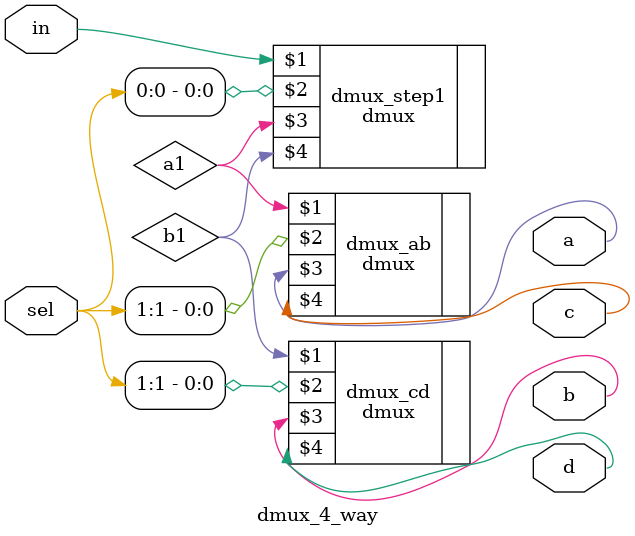
<source format=sv>
module dmux_4_way(
    input       in,
    input [1:0] sel,
    output      a,
    output      b,
    output      c,
    output      d
);

    wire a1;
    wire b1;
    dmux dmux_step1(in, sel[0], a1, b1);
    dmux dmux_ab(a1, sel[1], a, c);
    dmux dmux_cd(b1, sel[1], b, d);
endmodule

</source>
